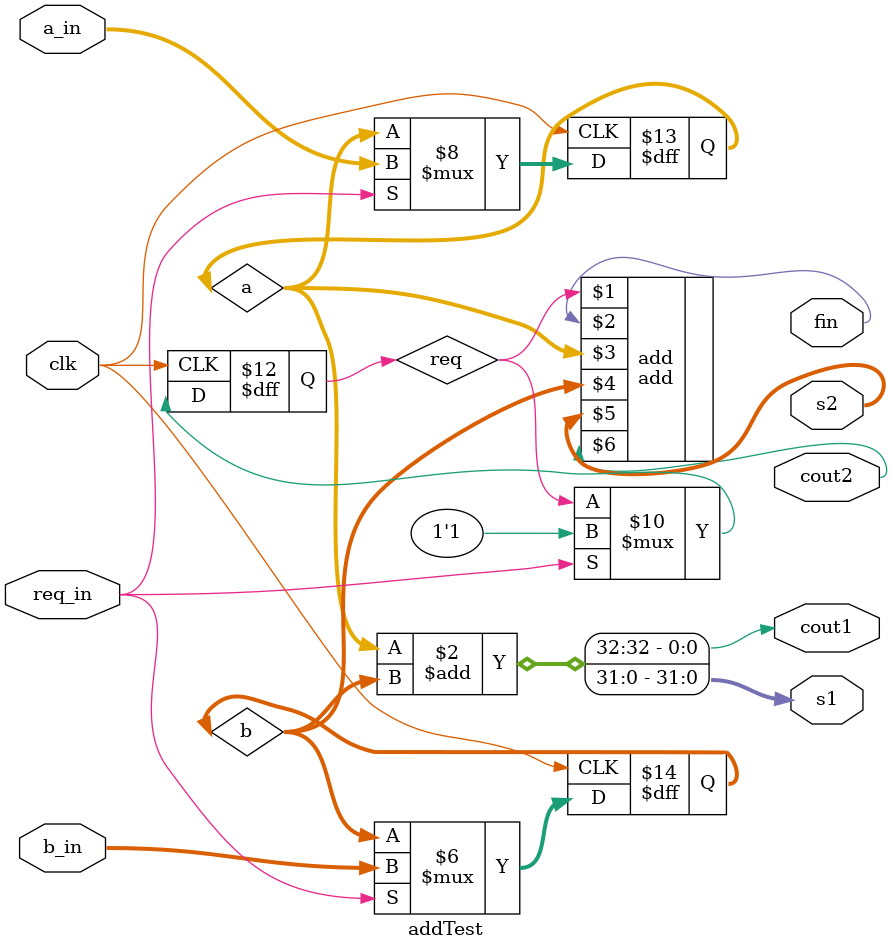
<source format=v>
`timescale 1ns / 1ps


module addTest(
    input clk,
    input req_in,
    output fin,
    input [31:0] a_in,
    input [31:0] b_in,
    output wire [31:0] s1,
    output wire cout1,
    output wire [31:0] s2,
    output wire cout2
    );
    reg req=1'b0;
    reg [31:0] a=0,b=0;
    always@(posedge clk) begin
        if(req_in) begin
            req<=1'b1;
            a<=a_in;
            b<=b_in;
        end
    end
    
    assign {cout1,s1}=a+b;
    add #(32) add (req,fin,a,b,s2,cout2);
       
endmodule

</source>
